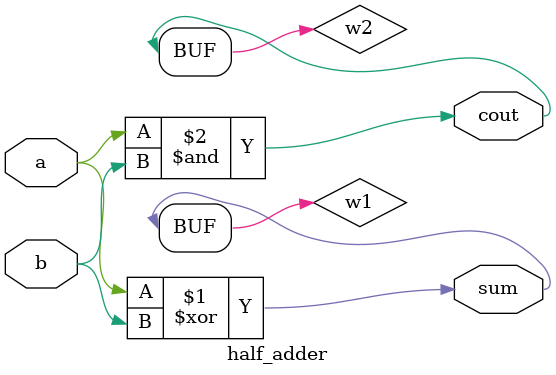
<source format=v>
module half_adder( 
input a, b,
output cout, sum );

wire w1, w2;

// The XOR gate is used to produce the sum.
xor( w1, a, b );

// The AND gate is used to produce the carry-out.
and( w2, a, b );

assign sum = w1;
assign cout = w2;

endmodule

</source>
